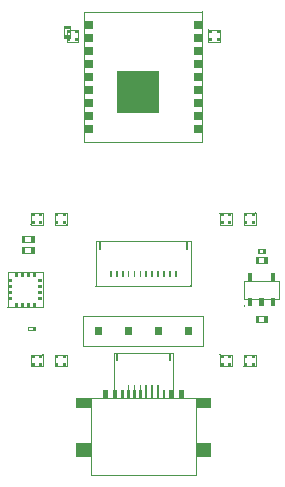
<source format=gbr>
G04*
G04 #@! TF.GenerationSoftware,Altium Limited,Altium Designer,24.1.2 (44)*
G04*
G04 Layer_Color=32768*
%FSLAX25Y25*%
%MOIN*%
G70*
G04*
G04 #@! TF.SameCoordinates,EC497B79-CED4-4E58-A43C-F9202C23BEB1*
G04*
G04*
G04 #@! TF.FilePolarity,Positive*
G04*
G01*
G75*
%ADD61C,0.00200*%
G36*
X70963Y157864D02*
X71100Y157730D01*
X71102Y157633D01*
X71102Y157633D01*
X71100Y157537D01*
X70962Y157402D01*
X70770Y157402D01*
X70632Y157537D01*
X70630Y157633D01*
X70630Y157633D01*
X70632Y157730D01*
X70770Y157865D01*
X70963Y157864D01*
D02*
G37*
G36*
X26575Y151772D02*
X24606D01*
Y152756D01*
X26575D01*
Y151772D01*
D02*
G37*
G36*
X70866Y151771D02*
X68110D01*
Y154527D01*
X70866D01*
Y151771D01*
D02*
G37*
G36*
X34252D02*
X31496D01*
Y154527D01*
X34252D01*
Y151771D01*
D02*
G37*
G36*
X73069Y151671D02*
X73071Y151574D01*
X73071Y151574D01*
X73069Y151478D01*
X72932Y151343D01*
X72739Y151343D01*
X72601Y151478D01*
X72599Y151574D01*
X72599Y151574D01*
X72601Y151670D01*
X72739Y151805D01*
X72931Y151805D01*
X73069Y151671D01*
D02*
G37*
G36*
X74016Y150393D02*
X73032D01*
Y151377D01*
X74016D01*
Y150393D01*
D02*
G37*
G36*
X76575Y150393D02*
X75591D01*
Y151377D01*
X76575D01*
Y150393D01*
D02*
G37*
G36*
X29332Y150393D02*
X28348D01*
Y151377D01*
X29332D01*
Y150393D01*
D02*
G37*
G36*
X26773D02*
X25789D01*
Y151377D01*
X26773D01*
Y150393D01*
D02*
G37*
G36*
X76573Y147836D02*
X75589D01*
Y148820D01*
X76573D01*
Y147836D01*
D02*
G37*
G36*
X74014D02*
X73030D01*
Y148820D01*
X74014D01*
Y147836D01*
D02*
G37*
G36*
X29330Y147835D02*
X28346D01*
Y148819D01*
X29330D01*
Y147835D01*
D02*
G37*
G36*
X26575Y148819D02*
X26771D01*
Y147835D01*
X25787D01*
Y148819D01*
X24606D01*
Y149803D01*
X26575D01*
Y148819D01*
D02*
G37*
G36*
X70866Y147441D02*
X68110D01*
Y150197D01*
X70866D01*
Y147441D01*
D02*
G37*
G36*
X34252Y147440D02*
X31496D01*
Y150196D01*
X34252D01*
Y147440D01*
D02*
G37*
G36*
X29761Y147735D02*
X29763Y147639D01*
X29763Y147639D01*
X29761Y147542D01*
X29623Y147407D01*
X29431Y147407D01*
X29293Y147542D01*
X29291Y147638D01*
X29291Y147638D01*
X29293Y147735D01*
X29430Y147870D01*
X29623Y147870D01*
X29761Y147735D01*
D02*
G37*
G36*
X70866Y143110D02*
X68110D01*
Y145866D01*
X70866D01*
Y143110D01*
D02*
G37*
G36*
X34252D02*
X31496D01*
Y145866D01*
X34252D01*
Y143110D01*
D02*
G37*
G36*
X70866Y138779D02*
X68110D01*
Y141535D01*
X70866D01*
Y138779D01*
D02*
G37*
G36*
X34252D02*
X31496D01*
Y141535D01*
X34252D01*
Y138779D01*
D02*
G37*
G36*
Y134449D02*
X31496D01*
Y137205D01*
X34252D01*
Y134449D01*
D02*
G37*
G36*
X70866Y134448D02*
X68110D01*
Y137204D01*
X70866D01*
Y134448D01*
D02*
G37*
G36*
Y130118D02*
X68110D01*
Y132874D01*
X70866D01*
Y130118D01*
D02*
G37*
G36*
X34252Y130117D02*
X31496D01*
Y132873D01*
X34252D01*
Y130117D01*
D02*
G37*
G36*
X70866Y125787D02*
X68110D01*
Y128543D01*
X70866D01*
Y125787D01*
D02*
G37*
G36*
X34252D02*
X31496D01*
Y128543D01*
X34252D01*
Y125787D01*
D02*
G37*
G36*
X56299Y124016D02*
X42520D01*
Y137795D01*
X56299D01*
Y124016D01*
D02*
G37*
G36*
X70866Y121456D02*
X68110D01*
Y124212D01*
X70866D01*
Y121456D01*
D02*
G37*
G36*
X34252D02*
X31496D01*
Y124212D01*
X34252D01*
Y121456D01*
D02*
G37*
G36*
X70866Y117126D02*
X68110D01*
Y119882D01*
X70866D01*
Y117126D01*
D02*
G37*
G36*
X34252D02*
X31496D01*
Y119882D01*
X34252D01*
Y117126D01*
D02*
G37*
G36*
X88679Y90782D02*
X88816Y90647D01*
X88818Y90550D01*
X88818Y90550D01*
X88816Y90454D01*
X88678Y90319D01*
X88486Y90319D01*
X88348Y90454D01*
X88346Y90551D01*
X88346Y90551D01*
X88348Y90647D01*
X88486Y90782D01*
X88679Y90782D01*
D02*
G37*
G36*
X77006Y90647D02*
X77008Y90551D01*
X77008Y90551D01*
X77006Y90454D01*
X76869Y90319D01*
X76676Y90319D01*
X76538Y90454D01*
X76536Y90550D01*
X76536Y90550D01*
X76538Y90647D01*
X76676Y90782D01*
X76868Y90782D01*
X77006Y90647D01*
D02*
G37*
G36*
X88385Y89370D02*
X87401D01*
Y90354D01*
X88385D01*
Y89370D01*
D02*
G37*
G36*
X77953D02*
X76969D01*
Y90354D01*
X77953D01*
Y89370D01*
D02*
G37*
G36*
X85826Y89370D02*
X84842D01*
Y90354D01*
X85826D01*
Y89370D01*
D02*
G37*
G36*
X80512D02*
X79528D01*
Y90354D01*
X80512D01*
Y89370D01*
D02*
G37*
G36*
X25395Y89369D02*
X24411D01*
Y90353D01*
X25395D01*
Y89369D01*
D02*
G37*
G36*
X22836D02*
X21852D01*
Y90353D01*
X22836D01*
Y89369D01*
D02*
G37*
G36*
X17518D02*
X16534D01*
Y90353D01*
X17518D01*
Y89369D01*
D02*
G37*
G36*
X14959D02*
X13975D01*
Y90353D01*
X14959D01*
Y89369D01*
D02*
G37*
G36*
X88387Y86812D02*
X87403D01*
Y87796D01*
X88387D01*
Y86812D01*
D02*
G37*
G36*
X85828D02*
X84844D01*
Y87796D01*
X85828D01*
Y86812D01*
D02*
G37*
G36*
X80510D02*
X79526D01*
Y87796D01*
X80510D01*
Y86812D01*
D02*
G37*
G36*
X77951D02*
X76967D01*
Y87796D01*
X77951D01*
Y86812D01*
D02*
G37*
G36*
X25393Y86812D02*
X24409D01*
Y87796D01*
X25393D01*
Y86812D01*
D02*
G37*
G36*
X22834D02*
X21850D01*
Y87796D01*
X22834D01*
Y86812D01*
D02*
G37*
G36*
X17520D02*
X16536D01*
Y87796D01*
X17520D01*
Y86812D01*
D02*
G37*
G36*
X14961D02*
X13977D01*
Y87796D01*
X14961D01*
Y86812D01*
D02*
G37*
G36*
X13877Y86846D02*
X14014Y86711D01*
X14016Y86615D01*
X14016Y86615D01*
X14014Y86518D01*
X13876Y86383D01*
X13683Y86384D01*
X13546Y86519D01*
X13544Y86615D01*
X13544Y86615D01*
X13546Y86711D01*
X13684Y86846D01*
X13877Y86846D01*
D02*
G37*
G36*
X25824Y86711D02*
X25826Y86615D01*
X25826Y86615D01*
X25824Y86519D01*
X25686Y86384D01*
X25494Y86383D01*
X25356Y86518D01*
X25354Y86615D01*
X25354Y86615D01*
X25356Y86711D01*
X25493Y86846D01*
X25686Y86846D01*
X25824Y86711D01*
D02*
G37*
G36*
X14567Y80905D02*
X13583D01*
Y82874D01*
X14567D01*
Y80905D01*
D02*
G37*
G36*
X11614D02*
X10630D01*
Y82874D01*
X11614D01*
Y80905D01*
D02*
G37*
G36*
X65965Y78150D02*
Y78149D01*
X65374D01*
Y78150D01*
Y80906D01*
X65965D01*
Y78150D01*
D02*
G37*
G36*
X36988D02*
Y78149D01*
X36397D01*
Y78150D01*
Y80906D01*
X36988D01*
Y78150D01*
D02*
G37*
G36*
X91732Y77362D02*
X91142D01*
Y78543D01*
X91732D01*
Y77362D01*
D02*
G37*
G36*
X89961D02*
X89370D01*
Y78543D01*
X89961D01*
Y77362D01*
D02*
G37*
G36*
X14567Y77362D02*
X13583D01*
Y79331D01*
X14567D01*
Y77362D01*
D02*
G37*
G36*
X11614D02*
X10630D01*
Y79331D01*
X11614D01*
Y77362D01*
D02*
G37*
G36*
X92520Y73819D02*
X91536D01*
Y75788D01*
X92520D01*
Y73819D01*
D02*
G37*
G36*
X89567D02*
X88583D01*
Y75788D01*
X89567D01*
Y73819D01*
D02*
G37*
G36*
X15256Y69293D02*
X14271D01*
Y70573D01*
X15256D01*
Y69293D01*
D02*
G37*
G36*
X13287D02*
X12302D01*
Y70573D01*
X13287D01*
Y69293D01*
D02*
G37*
G36*
X11319D02*
X10334D01*
Y70573D01*
X11319D01*
Y69293D01*
D02*
G37*
G36*
X9350D02*
X8365D01*
Y70573D01*
X9350D01*
Y69293D01*
D02*
G37*
G36*
X62303Y69094D02*
X61713D01*
Y71063D01*
X62303D01*
Y69094D01*
D02*
G37*
G36*
X60334D02*
X59744D01*
Y71063D01*
X60334D01*
Y69094D01*
D02*
G37*
G36*
X58366D02*
X57776D01*
Y71063D01*
X58366D01*
Y69094D01*
D02*
G37*
G36*
X56397D02*
X55807D01*
Y71063D01*
X56397D01*
Y69094D01*
D02*
G37*
G36*
X54429D02*
X53839D01*
Y71063D01*
X54429D01*
Y69094D01*
D02*
G37*
G36*
X52460D02*
X51870D01*
Y71063D01*
X52460D01*
Y69094D01*
D02*
G37*
G36*
X50492D02*
X49902D01*
Y71063D01*
X50492D01*
Y69094D01*
D02*
G37*
G36*
X48523D02*
X47933D01*
Y71063D01*
X48523D01*
Y69094D01*
D02*
G37*
G36*
X46555D02*
X45965D01*
Y71063D01*
X46555D01*
Y69094D01*
D02*
G37*
G36*
X44586D02*
X43996D01*
Y71063D01*
X44586D01*
Y69094D01*
D02*
G37*
G36*
X42618D02*
X42028D01*
Y71063D01*
X42618D01*
Y69094D01*
D02*
G37*
G36*
X40649D02*
X40059D01*
Y71063D01*
X40649D01*
Y69094D01*
D02*
G37*
G36*
X94980Y68898D02*
Y67874D01*
X93602D01*
Y68898D01*
Y70472D01*
X94980D01*
Y68898D01*
D02*
G37*
G36*
X87500D02*
Y67874D01*
X86122D01*
Y68898D01*
Y70472D01*
X87500D01*
Y68898D01*
D02*
G37*
G36*
X17423Y67422D02*
X16144D01*
Y68406D01*
X17423D01*
Y67422D01*
D02*
G37*
G36*
X7478Y67421D02*
X6199D01*
Y68405D01*
X7478D01*
Y67421D01*
D02*
G37*
G36*
X67026Y66373D02*
X67163Y66238D01*
X67165Y66142D01*
X67165Y66142D01*
X67163Y66045D01*
X67026Y65910D01*
X66833Y65911D01*
X66695Y66045D01*
X66693Y66142D01*
X66693Y66142D01*
X66695Y66238D01*
X66833Y66373D01*
X67026Y66373D01*
D02*
G37*
G36*
X35667Y66238D02*
X35669Y66142D01*
X35669Y66142D01*
X35667Y66045D01*
X35530Y65911D01*
X35337Y65910D01*
X35199Y66045D01*
X35197Y66142D01*
X35197Y66142D01*
X35199Y66238D01*
X35337Y66373D01*
X35529Y66373D01*
X35667Y66238D01*
D02*
G37*
G36*
X17423Y65453D02*
X16144D01*
Y66437D01*
X17423D01*
Y65453D01*
D02*
G37*
G36*
X7478Y65452D02*
X6199D01*
Y66436D01*
X7478D01*
Y65452D01*
D02*
G37*
G36*
X17423Y63485D02*
X16144D01*
Y64469D01*
X17423D01*
Y63485D01*
D02*
G37*
G36*
X7478Y63484D02*
X6199D01*
Y64468D01*
X7478D01*
Y63484D01*
D02*
G37*
G36*
X17423Y61516D02*
X16144D01*
Y62500D01*
X17423D01*
Y61516D01*
D02*
G37*
G36*
X7478Y61515D02*
X6199D01*
Y62499D01*
X7478D01*
Y61515D01*
D02*
G37*
G36*
X94980Y60984D02*
Y59449D01*
X93602D01*
Y60984D01*
Y62047D01*
X94980D01*
Y60984D01*
D02*
G37*
G36*
X91240D02*
Y59449D01*
X89862D01*
Y60984D01*
Y62047D01*
X91240D01*
Y60984D01*
D02*
G37*
G36*
X87500D02*
Y59449D01*
X86122D01*
Y60984D01*
Y62047D01*
X87500D01*
Y60984D01*
D02*
G37*
G36*
X15257Y59348D02*
X14272D01*
Y60628D01*
X15257D01*
Y59348D01*
D02*
G37*
G36*
X13288D02*
X12303D01*
Y60628D01*
X13288D01*
Y59348D01*
D02*
G37*
G36*
X11320D02*
X10335D01*
Y60628D01*
X11320D01*
Y59348D01*
D02*
G37*
G36*
X9351D02*
X8366D01*
Y60628D01*
X9351D01*
Y59348D01*
D02*
G37*
G36*
X85196Y59665D02*
Y59567D01*
Y59469D01*
X85058Y59331D01*
X84862D01*
X84724Y59469D01*
Y59567D01*
Y59665D01*
X84862Y59803D01*
X85058D01*
X85196Y59665D01*
D02*
G37*
G36*
X6001Y59281D02*
X6137Y59150D01*
X6142Y59055D01*
X6142Y59055D01*
Y59055D01*
X6137Y58961D01*
X6000Y58830D01*
X5811Y58830D01*
X5674Y58961D01*
X5670Y59056D01*
X5674Y59150D01*
X5811Y59281D01*
X6001Y59281D01*
D02*
G37*
G36*
X31418Y56200D02*
Y56102D01*
Y56005D01*
X31279Y55866D01*
X31083D01*
X30945Y56005D01*
Y56102D01*
Y56200D01*
X31083Y56339D01*
X31279D01*
X31418Y56200D01*
D02*
G37*
G36*
X92520Y54134D02*
X91536D01*
Y56102D01*
X92520D01*
Y54134D01*
D02*
G37*
G36*
X89567D02*
X88583D01*
Y56102D01*
X89567D01*
Y54134D01*
D02*
G37*
G36*
X14961Y51378D02*
X14370D01*
Y52559D01*
X14961D01*
Y51378D01*
D02*
G37*
G36*
X13189D02*
X12598D01*
Y52559D01*
X13189D01*
Y51378D01*
D02*
G37*
G36*
X67441Y49921D02*
X64921D01*
Y52441D01*
X67441D01*
Y49921D01*
D02*
G37*
G36*
X57441D02*
X54921D01*
Y52441D01*
X57441D01*
Y49921D01*
D02*
G37*
G36*
X47441D02*
X44921D01*
Y52441D01*
X47441D01*
Y49921D01*
D02*
G37*
G36*
X37441D02*
X34921D01*
Y52441D01*
X37441D01*
Y49921D01*
D02*
G37*
G36*
X17812Y43538D02*
X17950Y43403D01*
X17952Y43306D01*
X17952Y43306D01*
X17950Y43210D01*
X17812Y43075D01*
X17619Y43075D01*
X17482Y43210D01*
X17480Y43307D01*
X17480Y43307D01*
X17482Y43403D01*
X17620Y43538D01*
X17812Y43538D01*
D02*
G37*
G36*
X77006Y43403D02*
X77008Y43307D01*
X77008Y43307D01*
X77006Y43210D01*
X76869Y43075D01*
X76676Y43075D01*
X76538Y43210D01*
X76536Y43306D01*
X76536Y43306D01*
X76538Y43403D01*
X76676Y43538D01*
X76868Y43538D01*
X77006Y43403D01*
D02*
G37*
G36*
X77953Y42126D02*
X76969D01*
Y43110D01*
X77953D01*
Y42126D01*
D02*
G37*
G36*
X17519D02*
X16535D01*
Y43110D01*
X17519D01*
Y42126D01*
D02*
G37*
G36*
X80512Y42126D02*
X79528D01*
Y43110D01*
X80512D01*
Y42126D01*
D02*
G37*
G36*
X14960D02*
X13976D01*
Y43110D01*
X14960D01*
Y42126D01*
D02*
G37*
G36*
X88384Y42125D02*
X87400D01*
Y43109D01*
X88384D01*
Y42125D01*
D02*
G37*
G36*
X85825D02*
X84841D01*
Y43109D01*
X85825D01*
Y42125D01*
D02*
G37*
G36*
X25395D02*
X24411D01*
Y43109D01*
X25395D01*
Y42125D01*
D02*
G37*
G36*
X22836D02*
X21852D01*
Y43109D01*
X22836D01*
Y42125D01*
D02*
G37*
G36*
X60334Y41240D02*
X59744D01*
Y43406D01*
X60334D01*
Y41240D01*
D02*
G37*
G36*
X42618D02*
X42028D01*
Y43406D01*
X42618D01*
Y41240D01*
D02*
G37*
G36*
X80510Y39568D02*
X79526D01*
Y40552D01*
X80510D01*
Y39568D01*
D02*
G37*
G36*
X77951D02*
X76967D01*
Y40552D01*
X77951D01*
Y39568D01*
D02*
G37*
G36*
X17521D02*
X16537D01*
Y40552D01*
X17521D01*
Y39568D01*
D02*
G37*
G36*
X14962D02*
X13978D01*
Y40552D01*
X14962D01*
Y39568D01*
D02*
G37*
G36*
X88386Y39567D02*
X87402D01*
Y40552D01*
X88386D01*
Y39567D01*
D02*
G37*
G36*
X85827D02*
X84843D01*
Y40551D01*
X85827D01*
Y39567D01*
D02*
G37*
G36*
X25393D02*
X24409D01*
Y40551D01*
X25393D01*
Y39567D01*
D02*
G37*
G36*
X22834D02*
X21850D01*
Y40552D01*
X22834D01*
Y39567D01*
D02*
G37*
G36*
X84743Y39602D02*
X84880Y39467D01*
X84882Y39371D01*
X84882Y39371D01*
X84880Y39274D01*
X84742Y39139D01*
X84550Y39140D01*
X84412Y39274D01*
X84410Y39371D01*
X84410Y39371D01*
X84412Y39467D01*
X84550Y39602D01*
X84743Y39602D01*
D02*
G37*
G36*
X25824Y39467D02*
X25826Y39371D01*
X25826Y39371D01*
X25824Y39274D01*
X25686Y39140D01*
X25494Y39139D01*
X25356Y39274D01*
X25354Y39371D01*
X25354Y39371D01*
X25356Y39467D01*
X25493Y39602D01*
X25686Y39602D01*
X25824Y39467D01*
D02*
G37*
G36*
X64606Y28405D02*
X63032D01*
Y31555D01*
X64606D01*
Y28405D01*
D02*
G37*
G36*
X61457D02*
X59882D01*
Y31555D01*
X61457D01*
Y28405D01*
D02*
G37*
G36*
X58465D02*
X57677D01*
Y31555D01*
X58465D01*
Y28405D01*
D02*
G37*
G36*
X56397Y31555D02*
X56496D01*
Y28405D01*
X55709D01*
Y31555D01*
X55807D01*
Y33063D01*
X56397D01*
Y31555D01*
D02*
G37*
G36*
X52460D02*
X52559D01*
Y28405D01*
X51772D01*
Y31555D01*
X51870D01*
Y33063D01*
X52460D01*
Y31555D01*
D02*
G37*
G36*
X48523D02*
X48622D01*
Y28405D01*
X47835D01*
Y31555D01*
X47933D01*
Y33063D01*
X48523D01*
Y31555D01*
D02*
G37*
G36*
X46555D02*
X46654D01*
Y28405D01*
X45866D01*
Y31555D01*
X45965D01*
Y33063D01*
X46555D01*
Y31555D01*
D02*
G37*
G36*
X44685Y28405D02*
X43898D01*
Y31555D01*
X44685D01*
Y28405D01*
D02*
G37*
G36*
X42480D02*
X40905D01*
Y31555D01*
X42480D01*
Y28405D01*
D02*
G37*
G36*
X39331D02*
X37756D01*
Y31555D01*
X39331D01*
Y28405D01*
D02*
G37*
G36*
X54429Y31555D02*
X54528D01*
Y28405D01*
X53740D01*
Y31555D01*
X53839D01*
Y33063D01*
X54429D01*
Y31555D01*
D02*
G37*
G36*
X50492D02*
X50590D01*
Y28405D01*
X49803D01*
Y31555D01*
X49902D01*
Y33063D01*
X50492D01*
Y31555D01*
D02*
G37*
G36*
X29803Y28759D02*
X33661D01*
Y25610D01*
X28622Y25610D01*
Y25610D01*
X28622D01*
Y28760D01*
X29803D01*
Y28759D01*
D02*
G37*
G36*
X73740Y25610D02*
Y25609D01*
X68701D01*
Y28759D01*
X72559D01*
Y28759D01*
X73740D01*
Y25610D01*
D02*
G37*
G36*
Y9075D02*
X68701D01*
X68701Y13799D01*
X73740D01*
Y9075D01*
D02*
G37*
G36*
X33661D02*
X28622D01*
Y13799D01*
X33661D01*
Y9075D01*
D02*
G37*
D61*
X61024Y28740D02*
Y43701D01*
X41339D02*
X61024D01*
X41339Y28740D02*
Y43701D01*
Y28740D02*
X61024D01*
X13780Y90552D02*
X17717D01*
Y86615D02*
Y90552D01*
X13780Y86615D02*
X17717D01*
X13780D02*
Y90552D01*
X24606Y152756D02*
X26575D01*
X24606Y148819D02*
Y152756D01*
Y148819D02*
X26575D01*
Y152756D01*
X68780Y3169D02*
Y28760D01*
X33583D02*
X68780D01*
X33583Y3169D02*
Y28760D01*
Y3169D02*
X68780D01*
X88582Y86614D02*
Y90551D01*
X84645D02*
X88582D01*
X84645Y86614D02*
Y90551D01*
Y86614D02*
X88582D01*
X84646Y39370D02*
Y43307D01*
Y39370D02*
X88583D01*
Y43307D01*
X84646D02*
X88583D01*
X17716Y39370D02*
Y43307D01*
X13779D02*
X17716D01*
X13779Y39370D02*
Y43307D01*
Y39370D02*
X17716D01*
X84842Y61909D02*
Y68012D01*
Y61909D02*
X96260D01*
Y68012D01*
X84842D02*
X96260D01*
X88583Y56102D02*
X92520D01*
X88583Y54134D02*
Y56102D01*
Y54134D02*
X92520D01*
Y56102D01*
X89370Y77362D02*
X91732D01*
Y78543D01*
X89370D02*
X91732D01*
X89370Y77362D02*
Y78543D01*
X88583Y73819D02*
X92520D01*
Y75788D01*
X88583D02*
X92520D01*
X88583Y73819D02*
Y75788D01*
X5906Y59055D02*
Y70866D01*
Y59055D02*
X17717D01*
Y70866D01*
X5906D02*
X17717D01*
X12598Y52559D02*
X14961D01*
X12598Y51378D02*
Y52559D01*
Y51378D02*
X14961D01*
Y52559D01*
X10630Y77362D02*
X14567D01*
Y79331D01*
X10630D02*
X14567D01*
X10630Y77362D02*
Y79331D01*
Y82874D02*
X14567D01*
X10630Y80905D02*
Y82874D01*
Y80905D02*
X14567D01*
Y82874D01*
X31181Y56102D02*
X71181D01*
Y46260D02*
Y56102D01*
X31181Y46260D02*
X71181D01*
X31181D02*
Y56102D01*
X66929Y66142D02*
Y81102D01*
X35433D02*
X66929D01*
X35433Y66142D02*
Y81102D01*
Y66142D02*
X66929D01*
X35433D02*
Y81102D01*
X66929D01*
Y66142D02*
Y81102D01*
X35433Y66142D02*
X66929D01*
X31311Y114327D02*
X70681D01*
X31311D02*
Y157634D01*
X70681D01*
Y114327D02*
Y157634D01*
X29527Y147638D02*
Y151575D01*
X25590Y147638D02*
X29527D01*
X25590D02*
Y151575D01*
X29527D01*
X25590Y86615D02*
Y90552D01*
X21653Y86615D02*
X25590D01*
X21653D02*
Y90552D01*
X25590D01*
Y39370D02*
Y43307D01*
X21653Y39370D02*
X25590D01*
X21653D02*
Y43307D01*
X25590D01*
X72835Y147637D02*
Y151575D01*
X76772D01*
Y147637D02*
Y151575D01*
X72835Y147637D02*
X76772D01*
X76772Y86614D02*
Y90551D01*
X80709D01*
Y86614D02*
Y90551D01*
X76772Y86614D02*
X80709D01*
X76772Y39370D02*
Y43307D01*
X80709D01*
Y39370D02*
Y43307D01*
X76772Y39370D02*
X80709D01*
M02*

</source>
